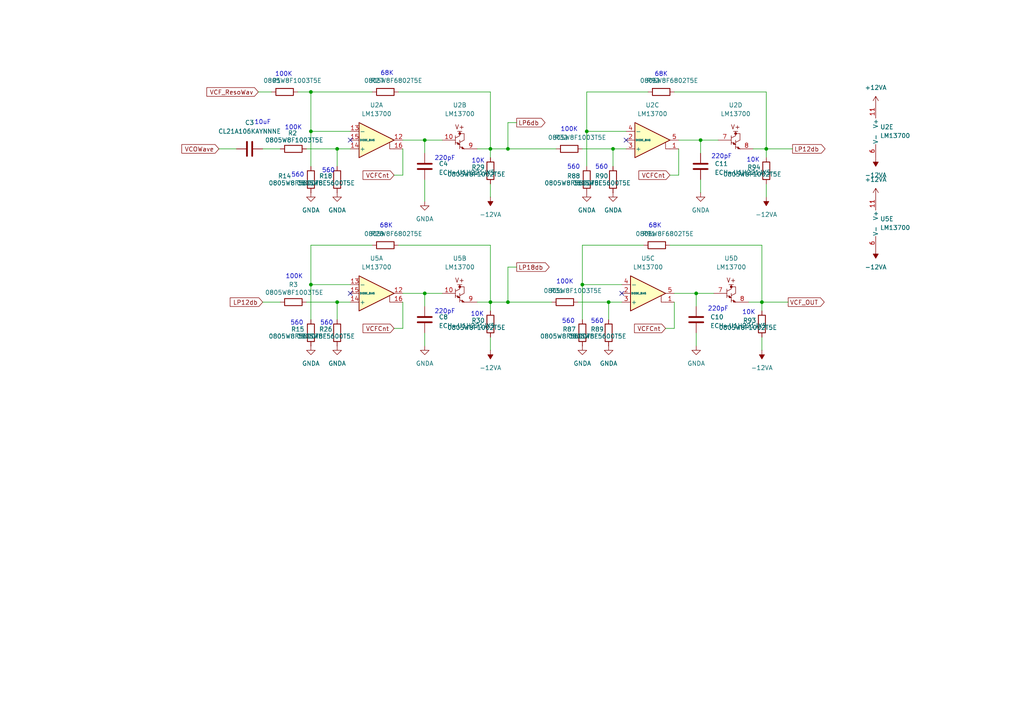
<source format=kicad_sch>
(kicad_sch (version 20250114) (generator "eeschema") (generator_version "9.0")
  (paper "A4")
  (lib_symbols
    (symbol "Amplifier_Operational:LM13700" (pin_names (offset 0.127))
      (property "Reference" "U" (at 3.81 5.08 0))
      (property "Value" "LM13700" (at 5.08 -5.08 0))
      (symbol "LM13700_1_1"
        (polyline (pts (xy 3.81 -0.635) (xy 3.81 -2.54) (xy 5.08 -2.54)))
        (polyline (pts (xy 5.08 0) (xy -5.08 -5.08) (xy -5.08 5.08) (xy 5.08 0)) (stroke (width 0.254)) (fill (type background)))
        (pin input line (at -7.62 2.54 0) (length 2.54) (name "-") (number "13"))
        (pin input line (at -7.62 0 0) (length 2.54) (name "DIODE_BIAS") (number "15"))
        (pin input line (at -7.62 -2.54 0) (length 2.54) (name "+") (number "14"))
        (pin output line (at 7.62 0 180) (length 2.54) (name "~") (number "12"))
        (pin input line (at 7.62 -2.54 180) (length 2.54) (name "~") (number "16"))
      )
      (symbol "LM13700_2_0"
        (polyline (pts (xy -1.905 2.54) (xy -3.175 2.54)))
      )
      (symbol "LM13700_2_1"
        (polyline (pts (xy -3.81 1.27) (xy -3.81 -1.27)))
        (polyline (pts (xy -3.81 0.635) (xy -2.54 1.27) (xy -2.54 1.905) (xy -2.54 2.54)))
        (polyline (pts (xy -3.81 -0.635) (xy -2.54 -1.27)))
        (circle (center -2.54 1.905) (radius 0.254) (stroke (width 0.254)) (fill (type outline)))
        (polyline (pts (xy -2.54 0) (xy -2.54 -2.54)))
        (polyline (pts (xy -2.54 -0.635) (xy -1.27 0) (xy -1.27 1.905) (xy -2.54 1.905)))
        (polyline (pts (xy -2.54 -1.27) (xy -3.175 -0.635) (xy -3.175 -1.27) (xy -2.54 -1.27)) (fill (type outline)))
        (polyline (pts (xy -2.54 -1.905) (xy -1.27 -2.54)))
        (polyline (pts (xy -1.27 -2.54) (xy -1.905 -1.905) (xy -1.905 -2.54) (xy -1.27 -2.54)) (fill (type outline)))
        (text "V+" (at -2.54 3.81 0) (effects (font (size 1.27 1.27))))
        (pin input line (at -7.62 0 0) (length 3.81) (name "~") (number "10"))
        (pin output line (at 2.54 -2.54 180) (length 3.81) (name "~") (number "9"))
      )
      (symbol "LM13700_3_1"
        (polyline (pts (xy 3.81 -0.635) (xy 3.81 -2.54) (xy 5.08 -2.54)))
        (polyline (pts (xy 5.08 0) (xy -5.08 -5.08) (xy -5.08 5.08) (xy 5.08 0)) (stroke (width 0.254)) (fill (type background)))
        (pin input line (at -7.62 2.54 0) (length 2.54) (name "-") (number "4"))
        (pin input line (at -7.62 0 0) (length 2.54) (name "DIODE_BIAS") (number "2"))
        (pin input line (at -7.62 -2.54 0) (length 2.54) (name "+") (number "3"))
        (pin output line (at 7.62 0 180) (length 2.54) (name "~") (number "5"))
        (pin input line (at 7.62 -2.54 180) (length 2.54) (name "~") (number "1"))
      )
      (symbol "LM13700_4_0"
        (polyline (pts (xy -3.175 2.54) (xy -1.905 2.54)))
        (text "V+" (at -2.54 3.81 0) (effects (font (size 1.27 1.27))))
      )
      (symbol "LM13700_4_1"
        (polyline (pts (xy -3.81 1.27) (xy -3.81 -1.27)))
        (polyline (pts (xy -3.81 0.635) (xy -2.54 1.27) (xy -2.54 2.54)))
        (polyline (pts (xy -3.81 -0.635) (xy -2.54 -1.27)))
        (circle (center -2.54 1.905) (radius 0.254) (stroke (width 0.254)) (fill (type outline)))
        (polyline (pts (xy -2.54 0) (xy -2.54 -2.54)))
        (polyline (pts (xy -2.54 -0.635) (xy -1.27 0) (xy -1.27 1.905) (xy -2.54 1.905)))
        (polyline (pts (xy -2.54 -1.27) (xy -3.175 -0.635) (xy -3.175 -1.27) (xy -2.54 -1.27)) (fill (type outline)))
        (polyline (pts (xy -2.54 -1.905) (xy -1.27 -2.54)))
        (polyline (pts (xy -1.27 -2.54) (xy -1.905 -1.905) (xy -1.905 -2.54) (xy -1.27 -2.54)) (fill (type outline)))
        (pin input line (at -7.62 0 0) (length 3.81) (name "~") (number "7"))
        (pin output line (at 2.54 -2.54 180) (length 3.81) (name "~") (number "8"))
      )
      (symbol "LM13700_5_1"
        (pin power_in line (at -2.54 7.62 270) (length 3.81) (name "V+") (number "11"))
        (pin power_in line (at -2.54 -7.62 90) (length 3.81) (name "V-") (number "6"))
      )
    )
    (symbol "Device:C" (pin_numbers (hide yes)) (pin_names (offset 0.254))
      (property "Reference" "C" (at 0.635 2.54 0))
      (property "Value" "C" (at 0.635 -2.54 0))
      (symbol "C_0_1"
        (polyline (pts (xy -2.032 0.762) (xy 2.032 0.762)) (stroke (width 0.508)))
        (polyline (pts (xy -2.032 -0.762) (xy 2.032 -0.762)) (stroke (width 0.508)))
      )
      (symbol "C_1_1"
        (pin passive line (at 0 3.81 270) (length 2.794) (name "~") (number "1"))
        (pin passive line (at 0 -3.81 90) (length 2.794) (name "~") (number "2"))
      )
    )
    (symbol "Device:R" (pin_numbers (hide yes)) (pin_names (offset 0))
      (property "Reference" "R" (at 2.032 0 90))
      (property "Value" "R" (at 0 0 90))
      (symbol "R_0_1"
        (rectangle (start -1.016 -2.54) (end 1.016 2.54) (stroke (width 0.254)))
      )
      (symbol "R_1_1"
        (pin passive line (at 0 3.81 270) (length 1.27) (name "~") (number "1"))
        (pin passive line (at 0 -3.81 90) (length 1.27) (name "~") (number "2"))
      )
    )
    (symbol "power:+12VA" (power) (pin_numbers (hide yes)) (pin_names (offset 0) (hide yes))
      (property "Value" "+12VA" (at 0 3.556 0))
      (symbol "+12VA_0_1"
        (polyline (pts (xy -0.762 1.27) (xy 0 2.54)))
        (polyline (pts (xy 0 2.54) (xy 0.762 1.27)))
        (polyline (pts (xy 0 0) (xy 0 2.54)))
      )
      (symbol "+12VA_1_1"
        (pin power_in line (at 0 0 90) (length 0) (name "~") (number "1"))
      )
    )
    (symbol "power:-12VA" (power) (pin_numbers (hide yes)) (pin_names (offset 0) (hide yes))
      (property "Value" "-12VA" (at 0 3.556 0))
      (symbol "-12VA_0_0"
        (pin power_in line (at 0 0 90) (length 0) (name "~") (number "1"))
      )
      (symbol "-12VA_0_1"
        (polyline (pts (xy 0 0) (xy 0 1.27) (xy 0.762 1.27) (xy 0 2.54) (xy -0.762 1.27) (xy 0 1.27)) (fill (type outline)))
      )
    )
    (symbol "power:GNDA" (power) (pin_numbers (hide yes)) (pin_names (offset 0) (hide yes))
      (property "Value" "GNDA" (at 0 -3.81 0))
      (symbol "GNDA_0_1"
        (polyline (pts (xy 0 0) (xy 0 -1.27) (xy 1.27 -1.27) (xy 0 -2.54) (xy -1.27 -1.27) (xy 0 -1.27)))
      )
      (symbol "GNDA_1_1"
        (pin power_in line (at 0 0 270) (length 0) (name "~") (number "1"))
      )
    )
  )
  (text "560" (at 86.36 50.8 0) (effects (font (size 1.27 1.27))))
  (text "10K" (at 138.684 46.736 0) (effects (font (size 1.27 1.27))))
  (text "220pF" (at 209.296 45.466 0) (effects (font (size 1.27 1.27))))
  (text "560" (at 174.498 48.514 0) (effects (font (size 1.27 1.27))))
  (text "68K" (at 189.992 65.532 0) (effects (font (size 1.27 1.27))))
  (text "100K" (at 165.1 37.592 0) (effects (font (size 1.27 1.27))))
  (text "560" (at 94.742 93.726 0) (effects (font (size 1.27 1.27))))
  (text "68K" (at 112.268 21.336 0) (effects (font (size 1.27 1.27))))
  (text "220pF" (at 129.032 90.424 0) (effects (font (size 1.27 1.27))))
  (text "560" (at 86.106 93.726 0) (effects (font (size 1.27 1.27))))
  (text "10uF" (at 76.2 35.56 0) (effects (font (size 1.27 1.27))))
  (text "10K" (at 218.44 46.482 0) (effects (font (size 1.27 1.27))))
  (text "560" (at 166.37 48.514 0) (effects (font (size 1.27 1.27))))
  (text "100K" (at 82.296 21.59 0) (effects (font (size 1.27 1.27))))
  (text "10K" (at 138.43 91.186 0) (effects (font (size 1.27 1.27))))
  (text "220pF" (at 208.28 89.662 0) (effects (font (size 1.27 1.27))))
  (text "100K" (at 163.83 81.788 0) (effects (font (size 1.27 1.27))))
  (text "68K" (at 191.77 21.59 0) (effects (font (size 1.27 1.27))))
  (text "100K" (at 85.344 80.264 0) (effects (font (size 1.27 1.27))))
  (text "560" (at 95.25 49.53 0) (effects (font (size 1.27 1.27))))
  (text "68K" (at 112.014 65.532 0) (effects (font (size 1.27 1.27))))
  (text "560" (at 164.846 93.218 0) (effects (font (size 1.27 1.27))))
  (text "100K" (at 85.09 37.084 0) (effects (font (size 1.27 1.27))))
  (text "10K" (at 217.17 90.678 0) (effects (font (size 1.27 1.27))))
  (text "220pF" (at 129.032 45.974 0) (effects (font (size 1.27 1.27))))
  (text "560" (at 173.228 93.218 0) (effects (font (size 1.27 1.27))))
  (junction (at 222.25 43.18))
  (junction (at 176.53 87.63))
  (junction (at 142.24 87.63))
  (junction (at 147.32 43.18))
  (junction (at 201.93 85.09))
  (junction (at 142.24 43.18))
  (junction (at 90.17 26.67))
  (junction (at 123.19 40.64))
  (junction (at 220.98 87.63))
  (junction (at 147.32 87.63))
  (junction (at 170.18 38.1))
  (junction (at 168.91 82.55))
  (junction (at 90.17 38.1))
  (junction (at 177.8 43.18))
  (junction (at 90.17 82.55))
  (junction (at 123.19 85.09))
  (junction (at 97.79 87.63))
  (junction (at 97.79 43.18))
  (junction (at 203.2 40.64))
  (no_connect (at 181.61 40.64))
  (no_connect (at 180.34 85.09))
  (no_connect (at 101.6 40.64))
  (no_connect (at 101.6 85.09))
  (wire (pts (xy 220.98 71.12) (xy 194.31 71.12)))
  (wire (pts (xy 147.32 87.63) (xy 160.02 87.63)))
  (wire (pts (xy 177.8 43.18) (xy 177.8 48.26)))
  (wire (pts (xy 220.98 87.63) (xy 220.98 90.17)))
  (wire (pts (xy 123.19 85.09) (xy 123.19 88.9)))
  (wire (pts (xy 74.93 26.67) (xy 78.74 26.67)))
  (wire (pts (xy 147.32 35.56) (xy 147.32 43.18)))
  (wire (pts (xy 63.5 43.18) (xy 68.58 43.18)))
  (wire (pts (xy 142.24 87.63) (xy 147.32 87.63)))
  (wire (pts (xy 170.18 38.1) (xy 170.18 48.26)))
  (wire (pts (xy 97.79 87.63) (xy 101.6 87.63)))
  (wire (pts (xy 195.58 95.25) (xy 195.58 87.63)))
  (wire (pts (xy 194.31 50.8) (xy 196.85 50.8)))
  (wire (pts (xy 201.93 85.09) (xy 201.93 88.9)))
  (wire (pts (xy 123.19 96.52) (xy 123.19 100.33)))
  (wire (pts (xy 142.24 26.67) (xy 115.57 26.67)))
  (wire (pts (xy 181.61 38.1) (xy 170.18 38.1)))
  (wire (pts (xy 222.25 43.18) (xy 222.25 45.72)))
  (wire (pts (xy 196.85 40.64) (xy 203.2 40.64)))
  (wire (pts (xy 88.9 43.18) (xy 97.79 43.18)))
  (wire (pts (xy 114.3 95.25) (xy 116.84 95.25)))
  (wire (pts (xy 222.25 43.18) (xy 222.25 26.67)))
  (wire (pts (xy 90.17 82.55) (xy 90.17 71.12)))
  (wire (pts (xy 90.17 26.67) (xy 107.95 26.67)))
  (wire (pts (xy 193.04 95.25) (xy 195.58 95.25)))
  (wire (pts (xy 196.85 50.8) (xy 196.85 43.18)))
  (wire (pts (xy 149.86 77.47) (xy 147.32 77.47)))
  (wire (pts (xy 220.98 87.63) (xy 220.98 71.12)))
  (wire (pts (xy 176.53 87.63) (xy 176.53 92.71)))
  (wire (pts (xy 116.84 50.8) (xy 116.84 43.18)))
  (wire (pts (xy 147.32 77.47) (xy 147.32 87.63)))
  (wire (pts (xy 168.91 82.55) (xy 168.91 92.71)))
  (wire (pts (xy 203.2 40.64) (xy 208.28 40.64)))
  (wire (pts (xy 123.19 40.64) (xy 123.19 44.45)))
  (wire (pts (xy 195.58 85.09) (xy 201.93 85.09)))
  (wire (pts (xy 90.17 38.1) (xy 90.17 48.26)))
  (wire (pts (xy 116.84 85.09) (xy 123.19 85.09)))
  (wire (pts (xy 101.6 38.1) (xy 90.17 38.1)))
  (wire (pts (xy 149.86 35.56) (xy 147.32 35.56)))
  (wire (pts (xy 203.2 40.64) (xy 203.2 44.45)))
  (wire (pts (xy 116.84 40.64) (xy 123.19 40.64)))
  (wire (pts (xy 76.2 43.18) (xy 81.28 43.18)))
  (wire (pts (xy 220.98 87.63) (xy 228.6 87.63)))
  (wire (pts (xy 142.24 87.63) (xy 142.24 90.17)))
  (wire (pts (xy 114.3 50.8) (xy 116.84 50.8)))
  (wire (pts (xy 97.79 43.18) (xy 101.6 43.18)))
  (wire (pts (xy 142.24 43.18) (xy 142.24 45.72)))
  (wire (pts (xy 142.24 97.79) (xy 142.24 101.6)))
  (wire (pts (xy 138.43 87.63) (xy 142.24 87.63)))
  (wire (pts (xy 167.64 87.63) (xy 176.53 87.63)))
  (wire (pts (xy 142.24 87.63) (xy 142.24 71.12)))
  (wire (pts (xy 222.25 53.34) (xy 222.25 57.15)))
  (wire (pts (xy 88.9 87.63) (xy 97.79 87.63)))
  (wire (pts (xy 142.24 43.18) (xy 142.24 26.67)))
  (wire (pts (xy 170.18 38.1) (xy 170.18 26.67)))
  (wire (pts (xy 86.36 26.67) (xy 90.17 26.67)))
  (wire (pts (xy 90.17 82.55) (xy 90.17 92.71)))
  (wire (pts (xy 90.17 71.12) (xy 107.95 71.12)))
  (wire (pts (xy 180.34 82.55) (xy 168.91 82.55)))
  (wire (pts (xy 142.24 71.12) (xy 115.57 71.12)))
  (wire (pts (xy 101.6 82.55) (xy 90.17 82.55)))
  (wire (pts (xy 116.84 95.25) (xy 116.84 87.63)))
  (wire (pts (xy 170.18 26.67) (xy 187.96 26.67)))
  (wire (pts (xy 168.91 43.18) (xy 177.8 43.18)))
  (wire (pts (xy 220.98 97.79) (xy 220.98 101.6)))
  (wire (pts (xy 138.43 43.18) (xy 142.24 43.18)))
  (wire (pts (xy 201.93 96.52) (xy 201.93 100.33)))
  (wire (pts (xy 176.53 87.63) (xy 180.34 87.63)))
  (wire (pts (xy 97.79 87.63) (xy 97.79 92.71)))
  (wire (pts (xy 142.24 43.18) (xy 147.32 43.18)))
  (wire (pts (xy 123.19 85.09) (xy 128.27 85.09)))
  (wire (pts (xy 168.91 82.55) (xy 168.91 71.12)))
  (wire (pts (xy 142.24 53.34) (xy 142.24 57.15)))
  (wire (pts (xy 177.8 43.18) (xy 181.61 43.18)))
  (wire (pts (xy 217.17 87.63) (xy 220.98 87.63)))
  (wire (pts (xy 97.79 43.18) (xy 97.79 48.26)))
  (wire (pts (xy 76.2 87.63) (xy 81.28 87.63)))
  (wire (pts (xy 218.44 43.18) (xy 222.25 43.18)))
  (wire (pts (xy 222.25 26.67) (xy 195.58 26.67)))
  (wire (pts (xy 229.87 43.18) (xy 222.25 43.18)))
  (wire (pts (xy 147.32 43.18) (xy 161.29 43.18)))
  (wire (pts (xy 123.19 40.64) (xy 128.27 40.64)))
  (wire (pts (xy 90.17 38.1) (xy 90.17 26.67)))
  (wire (pts (xy 123.19 52.07) (xy 123.19 58.42)))
  (wire (pts (xy 168.91 71.12) (xy 186.69 71.12)))
  (wire (pts (xy 201.93 85.09) (xy 207.01 85.09)))
  (wire (pts (xy 203.2 52.07) (xy 203.2 55.88)))
  (global_label "VCFCnt" (shape input) (at 193.04 95.25 180) (property "Intersheetrefs" "${INTERSHEET_REFS}" (effects (hide yes))))
  (global_label "VCFCnt" (shape input) (at 114.3 50.8 180) (property "Intersheetrefs" "${INTERSHEET_REFS}" (effects (hide yes))))
  (global_label "VCOWave" (shape input) (at 63.5 43.18 180) (property "Intersheetrefs" "${INTERSHEET_REFS}" (effects (hide yes))))
  (global_label "VCFCnt" (shape input) (at 194.31 50.8 180) (property "Intersheetrefs" "${INTERSHEET_REFS}" (effects (hide yes))))
  (global_label "VCF_ResoWav" (shape input) (at 74.93 26.67 180) (property "Intersheetrefs" "${INTERSHEET_REFS}" (effects (hide yes))))
  (global_label "VCF_OUT" (shape output) (at 228.6 87.63 0) (property "Intersheetrefs" "${INTERSHEET_REFS}" (effects (hide yes))))
  (global_label "LP12db" (shape input) (at 76.2 87.63 180) (property "Intersheetrefs" "${INTERSHEET_REFS}" (effects (hide yes))))
  (global_label "LP6db" (shape output) (at 149.86 35.56 0) (property "Intersheetrefs" "${INTERSHEET_REFS}" (effects (hide yes))))
  (global_label "VCFCnt" (shape input) (at 114.3 95.25 180) (property "Intersheetrefs" "${INTERSHEET_REFS}" (effects (hide yes))))
  (global_label "LP12db" (shape output) (at 229.87 43.18 0) (property "Intersheetrefs" "${INTERSHEET_REFS}" (effects (hide yes))))
  (global_label "LP18db" (shape output) (at 149.86 77.47 0) (property "Intersheetrefs" "${INTERSHEET_REFS}" (effects (hide yes))))
  (symbol (lib_id "Device:R") (at 85.09 43.18 90) (unit 1)
    (property "Reference" "R2" (at 84.836 38.608 90))
    (property "Value" "0805W8F1003T5E" (at 85.344 40.64 90))
    (property "Footprint" "Resistor_SMD:R_0805_2012Metric_Pad1.20x1.40mm_HandSolder" (effects (hide yes)))
    (property "Description" "Resistor" (effects (hide yes)))
  )
  (symbol (lib_id "Device:R") (at 142.24 93.98 180) (unit 1)
    (property "Reference" "R30" (at 138.684 92.964 0))
    (property "Value" "0805W8F1002T5E" (at 138.176 94.996 0))
    (property "Footprint" "Resistor_SMD:R_0805_2012Metric_Pad1.20x1.40mm_HandSolder" (effects (hide yes)))
    (property "Description" "Resistor" (effects (hide yes)))
  )
  (symbol (lib_id "power:GNDA") (at 97.79 100.33 0) (unit 1)
    (property "Reference" "#PWR0127" (effects (hide yes)))
    (property "Value" "GNDA" (at 97.79 105.41 0))
    (property "Description" "Power symbol creates a global label with name \"GNDA\" , analog ground" (effects (hide yes)))
    (instances (project "SynthBoard" (path "" (reference "#PWR0127") (unit 1))) (project "SynthBoard" (path "" (reference "#PWR06") (unit 1))))
  )
  (symbol (lib_id "Amplifier_Operational:LM13700") (at 187.96 85.09 0) (unit 3)
    (property "Reference" "U5" (at 187.96 74.93 0))
    (property "Value" "LM13700" (at 187.96 77.47 0))
    (property "Footprint" "Package_SO:SOIC-16_3.9x9.9mm_P1.27mm" (effects (hide yes)))
    (property "Datasheet" "http://www.ti.com/lit/ds/symlink/lm13700.pdf" (effects (hide yes)))
    (property "Description" "Dual Operational Transconductance Amplifiers with Linearizing Diodes and Buffers, DIP-16/SOIC-16" (effects (hide yes)))
  )
  (symbol (lib_id "power:GNDA") (at 97.79 55.88 0) (unit 1)
    (property "Reference" "#PWR035" (effects (hide yes)))
    (property "Value" "GNDA" (at 97.79 60.96 0))
    (property "Description" "Power symbol creates a global label with name \"GNDA\" , analog ground" (effects (hide yes)))
    (instances (project "SynthBoard" (path "" (reference "#PWR035") (unit 1))) (project "SynthBoard" (path "" (reference "#PWR05") (unit 1))))
  )
  (symbol (lib_id "power:GNDA") (at 90.17 100.33 0) (unit 1)
    (property "Reference" "#PWR029" (effects (hide yes)))
    (property "Value" "GNDA" (at 90.17 105.41 0))
    (property "Description" "Power symbol creates a global label with name \"GNDA\" , analog ground" (effects (hide yes)))
    (instances (project "SynthBoard" (path "" (reference "#PWR029") (unit 1))) (project "SynthBoard" (path "" (reference "#PWR04") (unit 1))))
  )
  (symbol (lib_id "Device:R") (at 168.91 96.52 180) (unit 1)
    (property "Reference" "R87" (at 165.1 95.504 0))
    (property "Value" "0805W8F5600T5E" (at 165.1 97.536 0))
    (property "Footprint" "Resistor_SMD:R_0805_2012Metric_Pad1.20x1.40mm_HandSolder" (effects (hide yes)))
    (property "Description" "Resistor" (effects (hide yes)))
  )
  (symbol (lib_id "Device:C") (at 201.93 92.71 0) (unit 1)
    (property "Reference" "C10" (at 205.994 91.948 0) (effects (justify left)))
    (property "Value" "ECH-U1H221JX5" (at 205.994 94.488 0) (effects (justify left)))
    (property "Footprint" "Capacitor_SMD:C_0805_2012Metric_Pad1.18x1.45mm_HandSolder" (effects (hide yes)))
    (property "Description" "Unpolarized capacitor" (effects (hide yes)))
  )
  (symbol (lib_id "power:-12VA") (at 222.25 57.15 180) (unit 1)
    (property "Reference" "#PWR0149" (effects (hide yes)))
    (property "Value" "-12VA" (at 222.25 62.23 0))
    (property "Description" "Power symbol creates a global label with name \"-12VA\"" (effects (hide yes)))
    (instances (project "SynthBoard" (path "" (reference "#PWR0149") (unit 1))) (project "SynthBoard" (path "" (reference "#PWR0147") (unit 1))))
  )
  (symbol (lib_id "power:GNDA") (at 123.19 100.33 0) (unit 1)
    (property "Reference" "#PWR0131" (effects (hide yes)))
    (property "Value" "GNDA" (at 123.19 105.41 0))
    (property "Description" "Power symbol creates a global label with name \"GNDA\" , analog ground" (effects (hide yes)))
    (instances (project "SynthBoard" (path "" (reference "#PWR0131") (unit 1))) (project "SynthBoard" (path "" (reference "#PWR08") (unit 1))))
  )
  (symbol (lib_id "Device:R") (at 82.55 26.67 90) (unit 1)
    (property "Reference" "R1" (at 80.264 23.368 90))
    (property "Value" "0805W8F1003T5E" (at 84.836 23.368 90))
    (property "Footprint" "Resistor_SMD:R_0805_2012Metric_Pad1.20x1.40mm_HandSolder" (effects (hide yes)))
    (property "Description" "Resistor" (effects (hide yes)))
  )
  (symbol (lib_id "power:-12VA") (at 220.98 101.6 180) (unit 1)
    (property "Reference" "#PWR0148" (effects (hide yes)))
    (property "Value" "-12VA" (at 220.98 106.68 0))
    (property "Description" "Power symbol creates a global label with name \"-12VA\"" (effects (hide yes)))
    (instances (project "SynthBoard" (path "" (reference "#PWR0148") (unit 1))) (project "SynthBoard" (path "" (reference "#PWR0146") (unit 1))))
  )
  (symbol (lib_id "Device:R") (at 97.79 96.52 180) (unit 1)
    (property "Reference" "R26" (at 94.488 95.504 0))
    (property "Value" "0805W8F5600T5E" (at 94.488 97.536 0))
    (property "Footprint" "Resistor_SMD:R_0805_2012Metric_Pad1.20x1.40mm_HandSolder" (effects (hide yes)))
    (property "Description" "Resistor" (effects (hide yes)))
  )
  (symbol (lib_id "Amplifier_Operational:LM13700") (at 214.63 85.09 0) (unit 4)
    (property "Reference" "U5" (at 212.09 74.93 0))
    (property "Value" "LM13700" (at 212.09 77.47 0))
    (property "Footprint" "Package_SO:SOIC-16_3.9x9.9mm_P1.27mm" (effects (hide yes)))
    (property "Datasheet" "http://www.ti.com/lit/ds/symlink/lm13700.pdf" (effects (hide yes)))
    (property "Description" "Dual Operational Transconductance Amplifiers with Linearizing Diodes and Buffers, DIP-16/SOIC-16" (effects (hide yes)))
  )
  (symbol (lib_id "power:-12VA") (at 254 72.39 180) (unit 1)
    (property "Reference" "#PWR0153" (effects (hide yes)))
    (property "Value" "-12VA" (at 254 77.47 0))
    (property "Description" "Power symbol creates a global label with name \"-12VA\"" (effects (hide yes)))
    (instances (project "SynthBoard" (path "" (reference "#PWR0153") (unit 1))) (project "SynthBoard" (path "" (reference "#PWR0151") (unit 1))))
  )
  (symbol (lib_id "power:GNDA") (at 177.8 55.88 0) (unit 1)
    (property "Reference" "#PWR0145" (effects (hide yes)))
    (property "Value" "GNDA" (at 177.8 60.96 0))
    (property "Description" "Power symbol creates a global label with name \"GNDA\" , analog ground" (effects (hide yes)))
    (instances (project "SynthBoard" (path "" (reference "#PWR0145") (unit 1))) (project "SynthBoard" (path "" (reference "#PWR035") (unit 1))))
  )
  (symbol (lib_id "Device:R") (at 190.5 71.12 90) (unit 1)
    (property "Reference" "R91" (at 188.214 67.818 90))
    (property "Value" "0805W8F6802T5E" (at 192.786 67.818 90))
    (property "Footprint" "Resistor_SMD:R_0805_2012Metric_Pad1.20x1.40mm_HandSolder" (effects (hide yes)))
    (property "Description" "Resistor" (effects (hide yes)))
  )
  (symbol (lib_id "Device:C") (at 72.39 43.18 90) (unit 1)
    (property "Reference" "C3" (at 72.39 35.56 90))
    (property "Value" "CL21A106KAYNNNE" (at 72.39 38.1 90))
    (property "Footprint" "Capacitor_SMD:C_0805_2012Metric_Pad1.18x1.45mm_HandSolder" (effects (hide yes)))
    (property "Description" "Unpolarized capacitor" (effects (hide yes)))
  )
  (symbol (lib_id "Amplifier_Operational:LM13700") (at 189.23 40.64 0) (unit 3)
    (property "Reference" "U2" (at 189.23 30.48 0))
    (property "Value" "LM13700" (at 189.23 33.02 0))
    (property "Footprint" "Package_SO:SOIC-16_3.9x9.9mm_P1.27mm" (effects (hide yes)))
    (property "Datasheet" "http://www.ti.com/lit/ds/symlink/lm13700.pdf" (effects (hide yes)))
    (property "Description" "Dual Operational Transconductance Amplifiers with Linearizing Diodes and Buffers, DIP-16/SOIC-16" (effects (hide yes)))
  )
  (symbol (lib_id "Amplifier_Operational:LM13700") (at 256.54 64.77 0) (unit 5)
    (property "Reference" "U5" (at 255.27 63.4999 0) (effects (justify left)))
    (property "Value" "LM13700" (at 255.27 66.0399 0) (effects (justify left)))
    (property "Footprint" "Package_SO:SOIC-16_3.9x9.9mm_P1.27mm" (effects (hide yes)))
    (property "Datasheet" "http://www.ti.com/lit/ds/symlink/lm13700.pdf" (effects (hide yes)))
    (property "Description" "Dual Operational Transconductance Amplifiers with Linearizing Diodes and Buffers, DIP-16/SOIC-16" (effects (hide yes)))
  )
  (symbol (lib_id "power:GNDA") (at 90.17 55.88 0) (unit 1)
    (property "Reference" "#PWR028" (effects (hide yes)))
    (property "Value" "GNDA" (at 90.17 60.96 0))
    (property "Description" "Power symbol creates a global label with name \"GNDA\" , analog ground" (effects (hide yes)))
    (instances (project "SynthBoard" (path "" (reference "#PWR028") (unit 1))) (project "SynthBoard" (path "" (reference "#PWR03") (unit 1))))
  )
  (symbol (lib_id "power:GNDA") (at 201.93 100.33 0) (unit 1)
    (property "Reference" "#PWR0146" (effects (hide yes)))
    (property "Value" "GNDA" (at 201.93 105.41 0))
    (property "Description" "Power symbol creates a global label with name \"GNDA\" , analog ground" (effects (hide yes)))
    (instances (project "SynthBoard" (path "" (reference "#PWR0146") (unit 1))) (project "SynthBoard" (path "" (reference "#PWR0140") (unit 1))))
  )
  (symbol (lib_id "Amplifier_Operational:LM13700") (at 109.22 40.64 0) (unit 1)
    (property "Reference" "U2" (at 109.22 30.48 0))
    (property "Value" "LM13700" (at 109.22 33.02 0))
    (property "Footprint" "Package_SO:SOIC-16_3.9x9.9mm_P1.27mm" (effects (hide yes)))
    (property "Datasheet" "http://www.ti.com/lit/ds/symlink/lm13700.pdf" (effects (hide yes)))
    (property "Description" "Dual Operational Transconductance Amplifiers with Linearizing Diodes and Buffers, DIP-16/SOIC-16" (effects (hide yes)))
  )
  (symbol (lib_id "Device:R") (at 163.83 87.63 90) (unit 1)
    (property "Reference" "R31" (at 161.544 84.328 90))
    (property "Value" "0805W8F1003T5E" (at 166.116 84.328 90))
    (property "Footprint" "Resistor_SMD:R_0805_2012Metric_Pad1.20x1.40mm_HandSolder" (effects (hide yes)))
    (property "Description" "Resistor" (effects (hide yes)))
  )
  (symbol (lib_id "Amplifier_Operational:LM13700") (at 135.89 40.64 0) (unit 2)
    (property "Reference" "U2" (at 133.35 30.48 0))
    (property "Value" "LM13700" (at 133.35 33.02 0))
    (property "Footprint" "Package_SO:SOIC-16_3.9x9.9mm_P1.27mm" (effects (hide yes)))
    (property "Datasheet" "http://www.ti.com/lit/ds/symlink/lm13700.pdf" (effects (hide yes)))
    (property "Description" "Dual Operational Transconductance Amplifiers with Linearizing Diodes and Buffers, DIP-16/SOIC-16" (effects (hide yes)))
  )
  (symbol (lib_id "power:GNDA") (at 168.91 100.33 0) (unit 1)
    (property "Reference" "#PWR0142" (effects (hide yes)))
    (property "Value" "GNDA" (at 168.91 105.41 0))
    (property "Description" "Power symbol creates a global label with name \"GNDA\" , analog ground" (effects (hide yes)))
    (instances (project "SynthBoard" (path "" (reference "#PWR0142") (unit 1))) (project "SynthBoard" (path "" (reference "#PWR024") (unit 1))))
  )
  (symbol (lib_id "Device:R") (at 111.76 71.12 90) (unit 1)
    (property "Reference" "R28" (at 109.474 67.818 90))
    (property "Value" "0805W8F6802T5E" (at 114.046 67.818 90))
    (property "Footprint" "Resistor_SMD:R_0805_2012Metric_Pad1.20x1.40mm_HandSolder" (effects (hide yes)))
    (property "Description" "Resistor" (effects (hide yes)))
  )
  (symbol (lib_id "Amplifier_Operational:LM13700") (at 256.54 38.1 0) (unit 5)
    (property "Reference" "U2" (at 255.27 36.8299 0) (effects (justify left)))
    (property "Value" "LM13700" (at 255.27 39.3699 0) (effects (justify left)))
    (property "Footprint" "Package_SO:SOIC-16_3.9x9.9mm_P1.27mm" (effects (hide yes)))
    (property "Datasheet" "http://www.ti.com/lit/ds/symlink/lm13700.pdf" (effects (hide yes)))
    (property "Description" "Dual Operational Transconductance Amplifiers with Linearizing Diodes and Buffers, DIP-16/SOIC-16" (effects (hide yes)))
  )
  (symbol (lib_id "power:-12VA") (at 254 45.72 180) (unit 1)
    (property "Reference" "#PWR0151" (effects (hide yes)))
    (property "Value" "-12VA" (at 254 50.8 0))
    (property "Description" "Power symbol creates a global label with name \"-12VA\"" (effects (hide yes)))
    (instances (project "SynthBoard" (path "" (reference "#PWR0151") (unit 1))) (project "SynthBoard" (path "" (reference "#PWR0150") (unit 1))))
  )
  (symbol (lib_id "power:GNDA") (at 203.2 55.88 0) (unit 1)
    (property "Reference" "#PWR0147" (effects (hide yes)))
    (property "Value" "GNDA" (at 203.2 60.96 0))
    (property "Description" "Power symbol creates a global label with name \"GNDA\" , analog ground" (effects (hide yes)))
    (instances (project "SynthBoard" (path "" (reference "#PWR0147") (unit 1))) (project "SynthBoard" (path "" (reference "#PWR0145") (unit 1))))
  )
  (symbol (lib_id "power:GNDA") (at 123.19 58.42 0) (unit 1)
    (property "Reference" "#PWR0130" (effects (hide yes)))
    (property "Value" "GNDA" (at 123.19 63.5 0))
    (property "Description" "Power symbol creates a global label with name \"GNDA\" , analog ground" (effects (hide yes)))
    (instances (project "SynthBoard" (path "" (reference "#PWR0130") (unit 1))) (project "SynthBoard" (path "" (reference "#PWR07") (unit 1))))
  )
  (symbol (lib_id "Device:C") (at 203.2 48.26 0) (unit 1)
    (property "Reference" "C11" (at 207.264 47.498 0) (effects (justify left)))
    (property "Value" "ECH-U1H221JX5" (at 207.264 50.038 0) (effects (justify left)))
    (property "Footprint" "Capacitor_SMD:C_0805_2012Metric_Pad1.18x1.45mm_HandSolder" (effects (hide yes)))
    (property "Description" "Unpolarized capacitor" (effects (hide yes)))
  )
  (symbol (lib_id "Device:C") (at 123.19 48.26 0) (unit 1)
    (property "Reference" "C4" (at 127.254 47.498 0) (effects (justify left)))
    (property "Value" "ECH-U1H221JX5" (at 127.254 50.038 0) (effects (justify left)))
    (property "Footprint" "Capacitor_SMD:C_0805_2012Metric_Pad1.18x1.45mm_HandSolder" (effects (hide yes)))
    (property "Description" "Unpolarized capacitor" (effects (hide yes)))
  )
  (symbol (lib_id "power:-12VA") (at 142.24 101.6 180) (unit 1)
    (property "Reference" "#PWR0141" (effects (hide yes)))
    (property "Value" "-12VA" (at 142.24 106.68 0))
    (property "Description" "Power symbol creates a global label with name \"-12VA\"" (effects (hide yes)))
    (instances (project "SynthBoard" (path "" (reference "#PWR0141") (unit 1))) (project "SynthBoard" (path "" (reference "#PWR012") (unit 1))))
  )
  (symbol (lib_id "Device:R") (at 170.18 52.07 180) (unit 1)
    (property "Reference" "R88" (at 166.37 51.054 0))
    (property "Value" "0805W8F5600T5E" (at 166.37 53.086 0))
    (property "Footprint" "Resistor_SMD:R_0805_2012Metric_Pad1.20x1.40mm_HandSolder" (effects (hide yes)))
    (property "Description" "Resistor" (effects (hide yes)))
  )
  (symbol (lib_id "Device:R") (at 220.98 93.98 180) (unit 1)
    (property "Reference" "R93" (at 217.424 92.964 0))
    (property "Value" "0805W8F1002T5E" (at 216.916 94.996 0))
    (property "Footprint" "Resistor_SMD:R_0805_2012Metric_Pad1.20x1.40mm_HandSolder" (effects (hide yes)))
    (property "Description" "Resistor" (effects (hide yes)))
  )
  (symbol (lib_id "Device:R") (at 97.79 52.07 180) (unit 1)
    (property "Reference" "R18" (at 94.488 51.054 0))
    (property "Value" "0805W8F5600T5E" (at 94.488 53.086 0))
    (property "Footprint" "Resistor_SMD:R_0805_2012Metric_Pad1.20x1.40mm_HandSolder" (effects (hide yes)))
    (property "Description" "Resistor" (effects (hide yes)))
  )
  (symbol (lib_id "Device:R") (at 165.1 43.18 90) (unit 1)
    (property "Reference" "R32" (at 162.814 39.878 90))
    (property "Value" "0805W8F1003T5E" (at 167.386 39.878 90))
    (property "Footprint" "Resistor_SMD:R_0805_2012Metric_Pad1.20x1.40mm_HandSolder" (effects (hide yes)))
    (property "Description" "Resistor" (effects (hide yes)))
  )
  (symbol (lib_id "Device:R") (at 142.24 49.53 180) (unit 1)
    (property "Reference" "R29" (at 138.684 48.514 0))
    (property "Value" "0805W8F1002T5E" (at 138.176 50.546 0))
    (property "Footprint" "Resistor_SMD:R_0805_2012Metric_Pad1.20x1.40mm_HandSolder" (effects (hide yes)))
    (property "Description" "Resistor" (effects (hide yes)))
  )
  (symbol (lib_id "power:+12VA") (at 254 57.15 0) (unit 1)
    (property "Reference" "#PWR0152" (effects (hide yes)))
    (property "Value" "+12VA" (at 254 52.07 0))
    (property "Description" "Power symbol creates a global label with name \"+12VA\"" (effects (hide yes)))
    (instances (project "SynthBoard" (path "" (reference "#PWR0152") (unit 1))) (project "SynthBoard" (path "" (reference "#PWR0149") (unit 1))))
  )
  (symbol (lib_id "Device:R") (at 222.25 49.53 180) (unit 1)
    (property "Reference" "R94" (at 218.694 48.514 0))
    (property "Value" "0805W8F1002T5E" (at 218.186 50.546 0))
    (property "Footprint" "Resistor_SMD:R_0805_2012Metric_Pad1.20x1.40mm_HandSolder" (effects (hide yes)))
    (property "Description" "Resistor" (effects (hide yes)))
  )
  (symbol (lib_id "Device:R") (at 177.8 52.07 180) (unit 1)
    (property "Reference" "R90" (at 174.498 51.054 0))
    (property "Value" "0805W8F5600T5E" (at 174.498 53.086 0))
    (property "Footprint" "Resistor_SMD:R_0805_2012Metric_Pad1.20x1.40mm_HandSolder" (effects (hide yes)))
    (property "Description" "Resistor" (effects (hide yes)))
  )
  (symbol (lib_id "Device:R") (at 90.17 52.07 180) (unit 1)
    (property "Reference" "R14" (at 82.55 51.054 0))
    (property "Value" "0805W8F5600T5E" (at 86.36 53.086 0))
    (property "Footprint" "Resistor_SMD:R_0805_2012Metric_Pad1.20x1.40mm_HandSolder" (effects (hide yes)))
    (property "Description" "Resistor" (effects (hide yes)))
  )
  (symbol (lib_id "power:-12VA") (at 142.24 57.15 180) (unit 1)
    (property "Reference" "#PWR0140" (effects (hide yes)))
    (property "Value" "-12VA" (at 142.24 62.23 0))
    (property "Description" "Power symbol creates a global label with name \"-12VA\"" (effects (hide yes)))
    (instances (project "SynthBoard" (path "" (reference "#PWR0140") (unit 1))) (project "SynthBoard" (path "" (reference "#PWR011") (unit 1))))
  )
  (symbol (lib_id "Device:R") (at 176.53 96.52 180) (unit 1)
    (property "Reference" "R89" (at 173.228 95.504 0))
    (property "Value" "0805W8F5600T5E" (at 173.228 97.536 0))
    (property "Footprint" "Resistor_SMD:R_0805_2012Metric_Pad1.20x1.40mm_HandSolder" (effects (hide yes)))
    (property "Description" "Resistor" (effects (hide yes)))
  )
  (symbol (lib_id "Amplifier_Operational:LM13700") (at 215.9 40.64 0) (unit 4)
    (property "Reference" "U2" (at 213.36 30.48 0))
    (property "Value" "LM13700" (at 213.36 33.02 0))
    (property "Footprint" "Package_SO:SOIC-16_3.9x9.9mm_P1.27mm" (effects (hide yes)))
    (property "Datasheet" "http://www.ti.com/lit/ds/symlink/lm13700.pdf" (effects (hide yes)))
    (property "Description" "Dual Operational Transconductance Amplifiers with Linearizing Diodes and Buffers, DIP-16/SOIC-16" (effects (hide yes)))
  )
  (symbol (lib_id "Amplifier_Operational:LM13700") (at 109.22 85.09 0) (unit 1)
    (property "Reference" "U5" (at 109.22 74.93 0))
    (property "Value" "LM13700" (at 109.22 77.47 0))
    (property "Footprint" "Package_SO:SOIC-16_3.9x9.9mm_P1.27mm" (effects (hide yes)))
    (property "Datasheet" "http://www.ti.com/lit/ds/symlink/lm13700.pdf" (effects (hide yes)))
    (property "Description" "Dual Operational Transconductance Amplifiers with Linearizing Diodes and Buffers, DIP-16/SOIC-16" (effects (hide yes)))
  )
  (symbol (lib_id "Device:R") (at 191.77 26.67 90) (unit 1)
    (property "Reference" "R92" (at 189.484 23.368 90))
    (property "Value" "0805W8F6802T5E" (at 194.056 23.368 90))
    (property "Footprint" "Resistor_SMD:R_0805_2012Metric_Pad1.20x1.40mm_HandSolder" (effects (hide yes)))
    (property "Description" "Resistor" (effects (hide yes)))
  )
  (symbol (lib_id "Amplifier_Operational:LM13700") (at 135.89 85.09 0) (unit 2)
    (property "Reference" "U5" (at 133.35 74.93 0))
    (property "Value" "LM13700" (at 133.35 77.47 0))
    (property "Footprint" "Package_SO:SOIC-16_3.9x9.9mm_P1.27mm" (effects (hide yes)))
    (property "Datasheet" "http://www.ti.com/lit/ds/symlink/lm13700.pdf" (effects (hide yes)))
    (property "Description" "Dual Operational Transconductance Amplifiers with Linearizing Diodes and Buffers, DIP-16/SOIC-16" (effects (hide yes)))
  )
  (symbol (lib_id "Device:R") (at 85.09 87.63 90) (unit 1)
    (property "Reference" "R3" (at 85.09 82.55 90))
    (property "Value" "0805W8F1003T5E" (at 85.344 84.836 90))
    (property "Footprint" "Resistor_SMD:R_0805_2012Metric_Pad1.20x1.40mm_HandSolder" (effects (hide yes)))
    (property "Description" "Resistor" (effects (hide yes)))
  )
  (symbol (lib_id "power:GNDA") (at 170.18 55.88 0) (unit 1)
    (property "Reference" "#PWR0143" (effects (hide yes)))
    (property "Value" "GNDA" (at 170.18 60.96 0))
    (property "Description" "Power symbol creates a global label with name \"GNDA\" , analog ground" (effects (hide yes)))
    (instances (project "SynthBoard" (path "" (reference "#PWR0143") (unit 1))) (project "SynthBoard" (path "" (reference "#PWR028") (unit 1))))
  )
  (symbol (lib_id "Device:R") (at 90.17 96.52 180) (unit 1)
    (property "Reference" "R15" (at 86.36 95.504 0))
    (property "Value" "0805W8F5600T5E" (at 86.36 97.536 0))
    (property "Footprint" "Resistor_SMD:R_0805_2012Metric_Pad1.20x1.40mm_HandSolder" (effects (hide yes)))
    (property "Description" "Resistor" (effects (hide yes)))
  )
  (symbol (lib_id "Device:R") (at 111.76 26.67 90) (unit 1)
    (property "Reference" "R27" (at 109.474 23.368 90))
    (property "Value" "0805W8F6802T5E" (at 114.046 23.368 90))
    (property "Footprint" "Resistor_SMD:R_0805_2012Metric_Pad1.20x1.40mm_HandSolder" (effects (hide yes)))
    (property "Description" "Resistor" (effects (hide yes)))
  )
  (symbol (lib_id "Device:C") (at 123.19 92.71 0) (unit 1)
    (property "Reference" "C8" (at 127.254 91.948 0) (effects (justify left)))
    (property "Value" "ECH-U1H221JX5" (at 127.254 94.488 0) (effects (justify left)))
    (property "Footprint" "Capacitor_SMD:C_0805_2012Metric_Pad1.18x1.45mm_HandSolder" (effects (hide yes)))
    (property "Description" "Unpolarized capacitor" (effects (hide yes)))
  )
  (symbol (lib_id "power:+12VA") (at 254 30.48 0) (unit 1)
    (property "Reference" "#PWR0150" (effects (hide yes)))
    (property "Value" "+12VA" (at 254 25.4 0))
    (property "Description" "Power symbol creates a global label with name \"+12VA\"" (effects (hide yes)))
    (instances (project "SynthBoard" (path "" (reference "#PWR0150") (unit 1))) (project "SynthBoard" (path "" (reference "#PWR0148") (unit 1))))
  )
  (symbol (lib_id "power:GNDA") (at 176.53 100.33 0) (unit 1)
    (property "Reference" "#PWR0144" (effects (hide yes)))
    (property "Value" "GNDA" (at 176.53 105.41 0))
    (property "Description" "Power symbol creates a global label with name \"GNDA\" , analog ground" (effects (hide yes)))
    (instances (project "SynthBoard" (path "" (reference "#PWR0144") (unit 1))) (project "SynthBoard" (path "" (reference "#PWR029") (unit 1))))
  )
)
</source>
